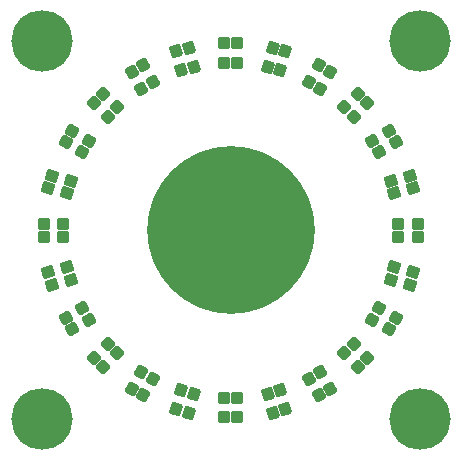
<source format=gts>
G04*
G04 #@! TF.GenerationSoftware,Altium Limited,Altium Designer,21.8.1 (53)*
G04*
G04 Layer_Color=8388736*
%FSLAX25Y25*%
%MOIN*%
G70*
G04*
G04 #@! TF.SameCoordinates,509546C8-056D-42BE-A314-9817B2043C00*
G04*
G04*
G04 #@! TF.FilePolarity,Negative*
G04*
G01*
G75*
G04:AMPARAMS|DCode=25|XSize=41.47mil|YSize=39.5mil|CornerRadius=7.94mil|HoleSize=0mil|Usage=FLASHONLY|Rotation=75.000|XOffset=0mil|YOffset=0mil|HoleType=Round|Shape=RoundedRectangle|*
%AMROUNDEDRECTD25*
21,1,0.04147,0.02362,0,0,75.0*
21,1,0.02559,0.03950,0,0,75.0*
1,1,0.01587,0.01472,0.00930*
1,1,0.01587,0.00810,-0.01542*
1,1,0.01587,-0.01472,-0.00930*
1,1,0.01587,-0.00810,0.01542*
%
%ADD25ROUNDEDRECTD25*%
G04:AMPARAMS|DCode=26|XSize=41.47mil|YSize=39.5mil|CornerRadius=7.94mil|HoleSize=0mil|Usage=FLASHONLY|Rotation=90.000|XOffset=0mil|YOffset=0mil|HoleType=Round|Shape=RoundedRectangle|*
%AMROUNDEDRECTD26*
21,1,0.04147,0.02362,0,0,90.0*
21,1,0.02559,0.03950,0,0,90.0*
1,1,0.01587,0.01181,0.01280*
1,1,0.01587,0.01181,-0.01280*
1,1,0.01587,-0.01181,-0.01280*
1,1,0.01587,-0.01181,0.01280*
%
%ADD26ROUNDEDRECTD26*%
G04:AMPARAMS|DCode=27|XSize=41.47mil|YSize=39.5mil|CornerRadius=7.94mil|HoleSize=0mil|Usage=FLASHONLY|Rotation=105.000|XOffset=0mil|YOffset=0mil|HoleType=Round|Shape=RoundedRectangle|*
%AMROUNDEDRECTD27*
21,1,0.04147,0.02362,0,0,105.0*
21,1,0.02559,0.03950,0,0,105.0*
1,1,0.01587,0.00810,0.01542*
1,1,0.01587,0.01472,-0.00930*
1,1,0.01587,-0.00810,-0.01542*
1,1,0.01587,-0.01472,0.00930*
%
%ADD27ROUNDEDRECTD27*%
G04:AMPARAMS|DCode=28|XSize=41.47mil|YSize=39.5mil|CornerRadius=7.94mil|HoleSize=0mil|Usage=FLASHONLY|Rotation=120.000|XOffset=0mil|YOffset=0mil|HoleType=Round|Shape=RoundedRectangle|*
%AMROUNDEDRECTD28*
21,1,0.04147,0.02362,0,0,120.0*
21,1,0.02559,0.03950,0,0,120.0*
1,1,0.01587,0.00383,0.01699*
1,1,0.01587,0.01663,-0.00518*
1,1,0.01587,-0.00383,-0.01699*
1,1,0.01587,-0.01663,0.00518*
%
%ADD28ROUNDEDRECTD28*%
G04:AMPARAMS|DCode=29|XSize=41.47mil|YSize=39.5mil|CornerRadius=7.94mil|HoleSize=0mil|Usage=FLASHONLY|Rotation=135.000|XOffset=0mil|YOffset=0mil|HoleType=Round|Shape=RoundedRectangle|*
%AMROUNDEDRECTD29*
21,1,0.04147,0.02362,0,0,135.0*
21,1,0.02559,0.03950,0,0,135.0*
1,1,0.01587,-0.00070,0.01740*
1,1,0.01587,0.01740,-0.00070*
1,1,0.01587,0.00070,-0.01740*
1,1,0.01587,-0.01740,0.00070*
%
%ADD29ROUNDEDRECTD29*%
G04:AMPARAMS|DCode=30|XSize=41.47mil|YSize=39.5mil|CornerRadius=7.94mil|HoleSize=0mil|Usage=FLASHONLY|Rotation=150.000|XOffset=0mil|YOffset=0mil|HoleType=Round|Shape=RoundedRectangle|*
%AMROUNDEDRECTD30*
21,1,0.04147,0.02362,0,0,150.0*
21,1,0.02559,0.03950,0,0,150.0*
1,1,0.01587,-0.00518,0.01663*
1,1,0.01587,0.01699,0.00383*
1,1,0.01587,0.00518,-0.01663*
1,1,0.01587,-0.01699,-0.00383*
%
%ADD30ROUNDEDRECTD30*%
G04:AMPARAMS|DCode=31|XSize=41.47mil|YSize=39.5mil|CornerRadius=7.94mil|HoleSize=0mil|Usage=FLASHONLY|Rotation=165.000|XOffset=0mil|YOffset=0mil|HoleType=Round|Shape=RoundedRectangle|*
%AMROUNDEDRECTD31*
21,1,0.04147,0.02362,0,0,165.0*
21,1,0.02559,0.03950,0,0,165.0*
1,1,0.01587,-0.00930,0.01472*
1,1,0.01587,0.01542,0.00810*
1,1,0.01587,0.00930,-0.01472*
1,1,0.01587,-0.01542,-0.00810*
%
%ADD31ROUNDEDRECTD31*%
G04:AMPARAMS|DCode=32|XSize=41.47mil|YSize=39.5mil|CornerRadius=7.94mil|HoleSize=0mil|Usage=FLASHONLY|Rotation=180.000|XOffset=0mil|YOffset=0mil|HoleType=Round|Shape=RoundedRectangle|*
%AMROUNDEDRECTD32*
21,1,0.04147,0.02362,0,0,180.0*
21,1,0.02559,0.03950,0,0,180.0*
1,1,0.01587,-0.01280,0.01181*
1,1,0.01587,0.01280,0.01181*
1,1,0.01587,0.01280,-0.01181*
1,1,0.01587,-0.01280,-0.01181*
%
%ADD32ROUNDEDRECTD32*%
G04:AMPARAMS|DCode=33|XSize=41.47mil|YSize=39.5mil|CornerRadius=7.94mil|HoleSize=0mil|Usage=FLASHONLY|Rotation=195.000|XOffset=0mil|YOffset=0mil|HoleType=Round|Shape=RoundedRectangle|*
%AMROUNDEDRECTD33*
21,1,0.04147,0.02362,0,0,195.0*
21,1,0.02559,0.03950,0,0,195.0*
1,1,0.01587,-0.01542,0.00810*
1,1,0.01587,0.00930,0.01472*
1,1,0.01587,0.01542,-0.00810*
1,1,0.01587,-0.00930,-0.01472*
%
%ADD33ROUNDEDRECTD33*%
G04:AMPARAMS|DCode=34|XSize=41.47mil|YSize=39.5mil|CornerRadius=7.94mil|HoleSize=0mil|Usage=FLASHONLY|Rotation=210.000|XOffset=0mil|YOffset=0mil|HoleType=Round|Shape=RoundedRectangle|*
%AMROUNDEDRECTD34*
21,1,0.04147,0.02362,0,0,210.0*
21,1,0.02559,0.03950,0,0,210.0*
1,1,0.01587,-0.01699,0.00383*
1,1,0.01587,0.00518,0.01663*
1,1,0.01587,0.01699,-0.00383*
1,1,0.01587,-0.00518,-0.01663*
%
%ADD34ROUNDEDRECTD34*%
G04:AMPARAMS|DCode=35|XSize=41.47mil|YSize=39.5mil|CornerRadius=7.94mil|HoleSize=0mil|Usage=FLASHONLY|Rotation=225.000|XOffset=0mil|YOffset=0mil|HoleType=Round|Shape=RoundedRectangle|*
%AMROUNDEDRECTD35*
21,1,0.04147,0.02362,0,0,225.0*
21,1,0.02559,0.03950,0,0,225.0*
1,1,0.01587,-0.01740,-0.00070*
1,1,0.01587,0.00070,0.01740*
1,1,0.01587,0.01740,0.00070*
1,1,0.01587,-0.00070,-0.01740*
%
%ADD35ROUNDEDRECTD35*%
G04:AMPARAMS|DCode=36|XSize=41.47mil|YSize=39.5mil|CornerRadius=7.94mil|HoleSize=0mil|Usage=FLASHONLY|Rotation=240.000|XOffset=0mil|YOffset=0mil|HoleType=Round|Shape=RoundedRectangle|*
%AMROUNDEDRECTD36*
21,1,0.04147,0.02362,0,0,240.0*
21,1,0.02559,0.03950,0,0,240.0*
1,1,0.01587,-0.01663,-0.00518*
1,1,0.01587,-0.00383,0.01699*
1,1,0.01587,0.01663,0.00518*
1,1,0.01587,0.00383,-0.01699*
%
%ADD36ROUNDEDRECTD36*%
%ADD37C,0.55918*%
%ADD38C,0.20485*%
D25*
X14034Y60741D02*
D03*
X18217Y59620D02*
D03*
X12352Y54466D02*
D03*
X16535Y53345D02*
D03*
X-14034Y-60741D02*
D03*
X-18217Y-59620D02*
D03*
X-12352Y-54466D02*
D03*
X-16535Y-53345D02*
D03*
D26*
X-2165Y62303D02*
D03*
X2165Y62303D02*
D03*
X-2165Y55807D02*
D03*
X2165D02*
D03*
Y-62303D02*
D03*
X-2165Y-62303D02*
D03*
X2165Y-55807D02*
D03*
X-2165D02*
D03*
D27*
X-18217Y59620D02*
D03*
X-14034Y60741D02*
D03*
X-16535Y53345D02*
D03*
X-12352Y54466D02*
D03*
X18217Y-59620D02*
D03*
X14034Y-60741D02*
D03*
X16535Y-53345D02*
D03*
X12352Y-54466D02*
D03*
D28*
X-33027Y52873D02*
D03*
X-29276Y55039D02*
D03*
X-29779Y47248D02*
D03*
X-26028Y49413D02*
D03*
X33027Y-52873D02*
D03*
X29276Y-55039D02*
D03*
X29779Y-47248D02*
D03*
X26028Y-49413D02*
D03*
D29*
X-45586Y42524D02*
D03*
X-42524Y45586D02*
D03*
X-40993Y37930D02*
D03*
X-37930Y40993D02*
D03*
X45586Y-42524D02*
D03*
X42524Y-45586D02*
D03*
X40993Y-37931D02*
D03*
X37930Y-40993D02*
D03*
D30*
X-55039Y29276D02*
D03*
X-52873Y33027D02*
D03*
X-49413Y26028D02*
D03*
X-47248Y29779D02*
D03*
X55039Y-29276D02*
D03*
X52873Y-33027D02*
D03*
X49413Y-26028D02*
D03*
X47248Y-29779D02*
D03*
D31*
X-60741Y14034D02*
D03*
X-59620Y18217D02*
D03*
X-54466Y12352D02*
D03*
X-53345Y16535D02*
D03*
X60741Y-14034D02*
D03*
X59620Y-18217D02*
D03*
X54466Y-12352D02*
D03*
X53345Y-16535D02*
D03*
D32*
X-62303Y-2165D02*
D03*
X-62303Y2165D02*
D03*
X-55807Y-2165D02*
D03*
Y2165D02*
D03*
X62303Y2165D02*
D03*
X62303Y-2165D02*
D03*
X55807Y2165D02*
D03*
Y-2165D02*
D03*
D33*
X-59620Y-18217D02*
D03*
X-60741Y-14034D02*
D03*
X-53345Y-16535D02*
D03*
X-54466Y-12352D02*
D03*
X59620Y18217D02*
D03*
X60741Y14034D02*
D03*
X53345Y16535D02*
D03*
X54466Y12352D02*
D03*
D34*
X-52873Y-33027D02*
D03*
X-55039Y-29276D02*
D03*
X-47248Y-29779D02*
D03*
X-49413Y-26028D02*
D03*
X52873Y33027D02*
D03*
X55039Y29276D02*
D03*
X47248Y29779D02*
D03*
X49413Y26028D02*
D03*
D35*
X-42524Y-45586D02*
D03*
X-45586Y-42524D02*
D03*
X-37931Y-40993D02*
D03*
X-40993Y-37930D02*
D03*
X42524Y45586D02*
D03*
X45586Y42524D02*
D03*
X37931Y40993D02*
D03*
X40993Y37930D02*
D03*
D36*
X-29276Y-55039D02*
D03*
X-33027Y-52873D02*
D03*
X-26028Y-49413D02*
D03*
X-29779Y-47248D02*
D03*
X29276Y55039D02*
D03*
X33027Y52873D02*
D03*
X26028Y49413D02*
D03*
X29779Y47248D02*
D03*
D37*
X0Y0D02*
D03*
D38*
X62992Y62992D02*
D03*
Y-62992D02*
D03*
X-62992D02*
D03*
Y62992D02*
D03*
M02*

</source>
